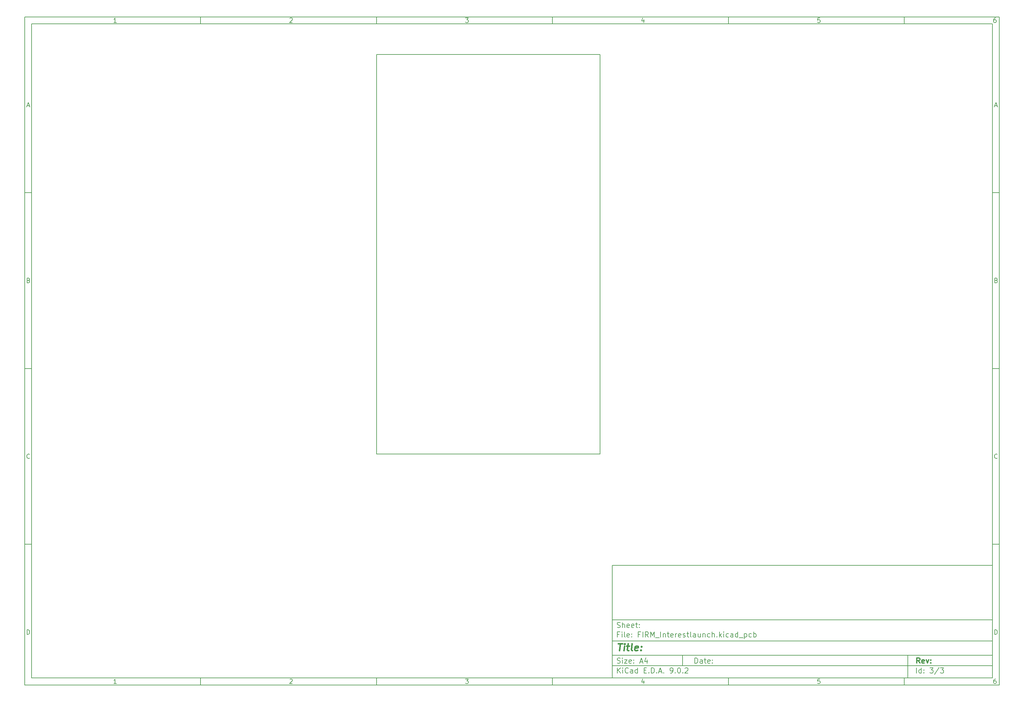
<source format=gbr>
%TF.GenerationSoftware,KiCad,Pcbnew,9.0.2*%
%TF.CreationDate,2025-09-11T00:31:58-04:00*%
%TF.ProjectId,FIRM_Interestlaunch,4649524d-5f49-46e7-9465-726573746c61,rev?*%
%TF.SameCoordinates,Original*%
%TF.FileFunction,Profile,NP*%
%FSLAX46Y46*%
G04 Gerber Fmt 4.6, Leading zero omitted, Abs format (unit mm)*
G04 Created by KiCad (PCBNEW 9.0.2) date 2025-09-11 00:31:58*
%MOMM*%
%LPD*%
G01*
G04 APERTURE LIST*
%ADD10C,0.100000*%
%ADD11C,0.150000*%
%ADD12C,0.300000*%
%ADD13C,0.400000*%
%TA.AperFunction,Profile*%
%ADD14C,0.200000*%
%TD*%
G04 APERTURE END LIST*
D10*
D11*
X177002200Y-166007200D02*
X285002200Y-166007200D01*
X285002200Y-198007200D01*
X177002200Y-198007200D01*
X177002200Y-166007200D01*
D10*
D11*
X10000000Y-10000000D02*
X287002200Y-10000000D01*
X287002200Y-200007200D01*
X10000000Y-200007200D01*
X10000000Y-10000000D01*
D10*
D11*
X12000000Y-12000000D02*
X285002200Y-12000000D01*
X285002200Y-198007200D01*
X12000000Y-198007200D01*
X12000000Y-12000000D01*
D10*
D11*
X60000000Y-12000000D02*
X60000000Y-10000000D01*
D10*
D11*
X110000000Y-12000000D02*
X110000000Y-10000000D01*
D10*
D11*
X160000000Y-12000000D02*
X160000000Y-10000000D01*
D10*
D11*
X210000000Y-12000000D02*
X210000000Y-10000000D01*
D10*
D11*
X260000000Y-12000000D02*
X260000000Y-10000000D01*
D10*
D11*
X36089160Y-11593604D02*
X35346303Y-11593604D01*
X35717731Y-11593604D02*
X35717731Y-10293604D01*
X35717731Y-10293604D02*
X35593922Y-10479319D01*
X35593922Y-10479319D02*
X35470112Y-10603128D01*
X35470112Y-10603128D02*
X35346303Y-10665033D01*
D10*
D11*
X85346303Y-10417414D02*
X85408207Y-10355509D01*
X85408207Y-10355509D02*
X85532017Y-10293604D01*
X85532017Y-10293604D02*
X85841541Y-10293604D01*
X85841541Y-10293604D02*
X85965350Y-10355509D01*
X85965350Y-10355509D02*
X86027255Y-10417414D01*
X86027255Y-10417414D02*
X86089160Y-10541223D01*
X86089160Y-10541223D02*
X86089160Y-10665033D01*
X86089160Y-10665033D02*
X86027255Y-10850747D01*
X86027255Y-10850747D02*
X85284398Y-11593604D01*
X85284398Y-11593604D02*
X86089160Y-11593604D01*
D10*
D11*
X135284398Y-10293604D02*
X136089160Y-10293604D01*
X136089160Y-10293604D02*
X135655826Y-10788842D01*
X135655826Y-10788842D02*
X135841541Y-10788842D01*
X135841541Y-10788842D02*
X135965350Y-10850747D01*
X135965350Y-10850747D02*
X136027255Y-10912652D01*
X136027255Y-10912652D02*
X136089160Y-11036461D01*
X136089160Y-11036461D02*
X136089160Y-11345985D01*
X136089160Y-11345985D02*
X136027255Y-11469795D01*
X136027255Y-11469795D02*
X135965350Y-11531700D01*
X135965350Y-11531700D02*
X135841541Y-11593604D01*
X135841541Y-11593604D02*
X135470112Y-11593604D01*
X135470112Y-11593604D02*
X135346303Y-11531700D01*
X135346303Y-11531700D02*
X135284398Y-11469795D01*
D10*
D11*
X185965350Y-10726938D02*
X185965350Y-11593604D01*
X185655826Y-10231700D02*
X185346303Y-11160271D01*
X185346303Y-11160271D02*
X186151064Y-11160271D01*
D10*
D11*
X236027255Y-10293604D02*
X235408207Y-10293604D01*
X235408207Y-10293604D02*
X235346303Y-10912652D01*
X235346303Y-10912652D02*
X235408207Y-10850747D01*
X235408207Y-10850747D02*
X235532017Y-10788842D01*
X235532017Y-10788842D02*
X235841541Y-10788842D01*
X235841541Y-10788842D02*
X235965350Y-10850747D01*
X235965350Y-10850747D02*
X236027255Y-10912652D01*
X236027255Y-10912652D02*
X236089160Y-11036461D01*
X236089160Y-11036461D02*
X236089160Y-11345985D01*
X236089160Y-11345985D02*
X236027255Y-11469795D01*
X236027255Y-11469795D02*
X235965350Y-11531700D01*
X235965350Y-11531700D02*
X235841541Y-11593604D01*
X235841541Y-11593604D02*
X235532017Y-11593604D01*
X235532017Y-11593604D02*
X235408207Y-11531700D01*
X235408207Y-11531700D02*
X235346303Y-11469795D01*
D10*
D11*
X285965350Y-10293604D02*
X285717731Y-10293604D01*
X285717731Y-10293604D02*
X285593922Y-10355509D01*
X285593922Y-10355509D02*
X285532017Y-10417414D01*
X285532017Y-10417414D02*
X285408207Y-10603128D01*
X285408207Y-10603128D02*
X285346303Y-10850747D01*
X285346303Y-10850747D02*
X285346303Y-11345985D01*
X285346303Y-11345985D02*
X285408207Y-11469795D01*
X285408207Y-11469795D02*
X285470112Y-11531700D01*
X285470112Y-11531700D02*
X285593922Y-11593604D01*
X285593922Y-11593604D02*
X285841541Y-11593604D01*
X285841541Y-11593604D02*
X285965350Y-11531700D01*
X285965350Y-11531700D02*
X286027255Y-11469795D01*
X286027255Y-11469795D02*
X286089160Y-11345985D01*
X286089160Y-11345985D02*
X286089160Y-11036461D01*
X286089160Y-11036461D02*
X286027255Y-10912652D01*
X286027255Y-10912652D02*
X285965350Y-10850747D01*
X285965350Y-10850747D02*
X285841541Y-10788842D01*
X285841541Y-10788842D02*
X285593922Y-10788842D01*
X285593922Y-10788842D02*
X285470112Y-10850747D01*
X285470112Y-10850747D02*
X285408207Y-10912652D01*
X285408207Y-10912652D02*
X285346303Y-11036461D01*
D10*
D11*
X60000000Y-198007200D02*
X60000000Y-200007200D01*
D10*
D11*
X110000000Y-198007200D02*
X110000000Y-200007200D01*
D10*
D11*
X160000000Y-198007200D02*
X160000000Y-200007200D01*
D10*
D11*
X210000000Y-198007200D02*
X210000000Y-200007200D01*
D10*
D11*
X260000000Y-198007200D02*
X260000000Y-200007200D01*
D10*
D11*
X36089160Y-199600804D02*
X35346303Y-199600804D01*
X35717731Y-199600804D02*
X35717731Y-198300804D01*
X35717731Y-198300804D02*
X35593922Y-198486519D01*
X35593922Y-198486519D02*
X35470112Y-198610328D01*
X35470112Y-198610328D02*
X35346303Y-198672233D01*
D10*
D11*
X85346303Y-198424614D02*
X85408207Y-198362709D01*
X85408207Y-198362709D02*
X85532017Y-198300804D01*
X85532017Y-198300804D02*
X85841541Y-198300804D01*
X85841541Y-198300804D02*
X85965350Y-198362709D01*
X85965350Y-198362709D02*
X86027255Y-198424614D01*
X86027255Y-198424614D02*
X86089160Y-198548423D01*
X86089160Y-198548423D02*
X86089160Y-198672233D01*
X86089160Y-198672233D02*
X86027255Y-198857947D01*
X86027255Y-198857947D02*
X85284398Y-199600804D01*
X85284398Y-199600804D02*
X86089160Y-199600804D01*
D10*
D11*
X135284398Y-198300804D02*
X136089160Y-198300804D01*
X136089160Y-198300804D02*
X135655826Y-198796042D01*
X135655826Y-198796042D02*
X135841541Y-198796042D01*
X135841541Y-198796042D02*
X135965350Y-198857947D01*
X135965350Y-198857947D02*
X136027255Y-198919852D01*
X136027255Y-198919852D02*
X136089160Y-199043661D01*
X136089160Y-199043661D02*
X136089160Y-199353185D01*
X136089160Y-199353185D02*
X136027255Y-199476995D01*
X136027255Y-199476995D02*
X135965350Y-199538900D01*
X135965350Y-199538900D02*
X135841541Y-199600804D01*
X135841541Y-199600804D02*
X135470112Y-199600804D01*
X135470112Y-199600804D02*
X135346303Y-199538900D01*
X135346303Y-199538900D02*
X135284398Y-199476995D01*
D10*
D11*
X185965350Y-198734138D02*
X185965350Y-199600804D01*
X185655826Y-198238900D02*
X185346303Y-199167471D01*
X185346303Y-199167471D02*
X186151064Y-199167471D01*
D10*
D11*
X236027255Y-198300804D02*
X235408207Y-198300804D01*
X235408207Y-198300804D02*
X235346303Y-198919852D01*
X235346303Y-198919852D02*
X235408207Y-198857947D01*
X235408207Y-198857947D02*
X235532017Y-198796042D01*
X235532017Y-198796042D02*
X235841541Y-198796042D01*
X235841541Y-198796042D02*
X235965350Y-198857947D01*
X235965350Y-198857947D02*
X236027255Y-198919852D01*
X236027255Y-198919852D02*
X236089160Y-199043661D01*
X236089160Y-199043661D02*
X236089160Y-199353185D01*
X236089160Y-199353185D02*
X236027255Y-199476995D01*
X236027255Y-199476995D02*
X235965350Y-199538900D01*
X235965350Y-199538900D02*
X235841541Y-199600804D01*
X235841541Y-199600804D02*
X235532017Y-199600804D01*
X235532017Y-199600804D02*
X235408207Y-199538900D01*
X235408207Y-199538900D02*
X235346303Y-199476995D01*
D10*
D11*
X285965350Y-198300804D02*
X285717731Y-198300804D01*
X285717731Y-198300804D02*
X285593922Y-198362709D01*
X285593922Y-198362709D02*
X285532017Y-198424614D01*
X285532017Y-198424614D02*
X285408207Y-198610328D01*
X285408207Y-198610328D02*
X285346303Y-198857947D01*
X285346303Y-198857947D02*
X285346303Y-199353185D01*
X285346303Y-199353185D02*
X285408207Y-199476995D01*
X285408207Y-199476995D02*
X285470112Y-199538900D01*
X285470112Y-199538900D02*
X285593922Y-199600804D01*
X285593922Y-199600804D02*
X285841541Y-199600804D01*
X285841541Y-199600804D02*
X285965350Y-199538900D01*
X285965350Y-199538900D02*
X286027255Y-199476995D01*
X286027255Y-199476995D02*
X286089160Y-199353185D01*
X286089160Y-199353185D02*
X286089160Y-199043661D01*
X286089160Y-199043661D02*
X286027255Y-198919852D01*
X286027255Y-198919852D02*
X285965350Y-198857947D01*
X285965350Y-198857947D02*
X285841541Y-198796042D01*
X285841541Y-198796042D02*
X285593922Y-198796042D01*
X285593922Y-198796042D02*
X285470112Y-198857947D01*
X285470112Y-198857947D02*
X285408207Y-198919852D01*
X285408207Y-198919852D02*
X285346303Y-199043661D01*
D10*
D11*
X10000000Y-60000000D02*
X12000000Y-60000000D01*
D10*
D11*
X10000000Y-110000000D02*
X12000000Y-110000000D01*
D10*
D11*
X10000000Y-160000000D02*
X12000000Y-160000000D01*
D10*
D11*
X10690476Y-35222176D02*
X11309523Y-35222176D01*
X10566666Y-35593604D02*
X10999999Y-34293604D01*
X10999999Y-34293604D02*
X11433333Y-35593604D01*
D10*
D11*
X11092857Y-84912652D02*
X11278571Y-84974557D01*
X11278571Y-84974557D02*
X11340476Y-85036461D01*
X11340476Y-85036461D02*
X11402380Y-85160271D01*
X11402380Y-85160271D02*
X11402380Y-85345985D01*
X11402380Y-85345985D02*
X11340476Y-85469795D01*
X11340476Y-85469795D02*
X11278571Y-85531700D01*
X11278571Y-85531700D02*
X11154761Y-85593604D01*
X11154761Y-85593604D02*
X10659523Y-85593604D01*
X10659523Y-85593604D02*
X10659523Y-84293604D01*
X10659523Y-84293604D02*
X11092857Y-84293604D01*
X11092857Y-84293604D02*
X11216666Y-84355509D01*
X11216666Y-84355509D02*
X11278571Y-84417414D01*
X11278571Y-84417414D02*
X11340476Y-84541223D01*
X11340476Y-84541223D02*
X11340476Y-84665033D01*
X11340476Y-84665033D02*
X11278571Y-84788842D01*
X11278571Y-84788842D02*
X11216666Y-84850747D01*
X11216666Y-84850747D02*
X11092857Y-84912652D01*
X11092857Y-84912652D02*
X10659523Y-84912652D01*
D10*
D11*
X11402380Y-135469795D02*
X11340476Y-135531700D01*
X11340476Y-135531700D02*
X11154761Y-135593604D01*
X11154761Y-135593604D02*
X11030952Y-135593604D01*
X11030952Y-135593604D02*
X10845238Y-135531700D01*
X10845238Y-135531700D02*
X10721428Y-135407890D01*
X10721428Y-135407890D02*
X10659523Y-135284080D01*
X10659523Y-135284080D02*
X10597619Y-135036461D01*
X10597619Y-135036461D02*
X10597619Y-134850747D01*
X10597619Y-134850747D02*
X10659523Y-134603128D01*
X10659523Y-134603128D02*
X10721428Y-134479319D01*
X10721428Y-134479319D02*
X10845238Y-134355509D01*
X10845238Y-134355509D02*
X11030952Y-134293604D01*
X11030952Y-134293604D02*
X11154761Y-134293604D01*
X11154761Y-134293604D02*
X11340476Y-134355509D01*
X11340476Y-134355509D02*
X11402380Y-134417414D01*
D10*
D11*
X10659523Y-185593604D02*
X10659523Y-184293604D01*
X10659523Y-184293604D02*
X10969047Y-184293604D01*
X10969047Y-184293604D02*
X11154761Y-184355509D01*
X11154761Y-184355509D02*
X11278571Y-184479319D01*
X11278571Y-184479319D02*
X11340476Y-184603128D01*
X11340476Y-184603128D02*
X11402380Y-184850747D01*
X11402380Y-184850747D02*
X11402380Y-185036461D01*
X11402380Y-185036461D02*
X11340476Y-185284080D01*
X11340476Y-185284080D02*
X11278571Y-185407890D01*
X11278571Y-185407890D02*
X11154761Y-185531700D01*
X11154761Y-185531700D02*
X10969047Y-185593604D01*
X10969047Y-185593604D02*
X10659523Y-185593604D01*
D10*
D11*
X287002200Y-60000000D02*
X285002200Y-60000000D01*
D10*
D11*
X287002200Y-110000000D02*
X285002200Y-110000000D01*
D10*
D11*
X287002200Y-160000000D02*
X285002200Y-160000000D01*
D10*
D11*
X285692676Y-35222176D02*
X286311723Y-35222176D01*
X285568866Y-35593604D02*
X286002199Y-34293604D01*
X286002199Y-34293604D02*
X286435533Y-35593604D01*
D10*
D11*
X286095057Y-84912652D02*
X286280771Y-84974557D01*
X286280771Y-84974557D02*
X286342676Y-85036461D01*
X286342676Y-85036461D02*
X286404580Y-85160271D01*
X286404580Y-85160271D02*
X286404580Y-85345985D01*
X286404580Y-85345985D02*
X286342676Y-85469795D01*
X286342676Y-85469795D02*
X286280771Y-85531700D01*
X286280771Y-85531700D02*
X286156961Y-85593604D01*
X286156961Y-85593604D02*
X285661723Y-85593604D01*
X285661723Y-85593604D02*
X285661723Y-84293604D01*
X285661723Y-84293604D02*
X286095057Y-84293604D01*
X286095057Y-84293604D02*
X286218866Y-84355509D01*
X286218866Y-84355509D02*
X286280771Y-84417414D01*
X286280771Y-84417414D02*
X286342676Y-84541223D01*
X286342676Y-84541223D02*
X286342676Y-84665033D01*
X286342676Y-84665033D02*
X286280771Y-84788842D01*
X286280771Y-84788842D02*
X286218866Y-84850747D01*
X286218866Y-84850747D02*
X286095057Y-84912652D01*
X286095057Y-84912652D02*
X285661723Y-84912652D01*
D10*
D11*
X286404580Y-135469795D02*
X286342676Y-135531700D01*
X286342676Y-135531700D02*
X286156961Y-135593604D01*
X286156961Y-135593604D02*
X286033152Y-135593604D01*
X286033152Y-135593604D02*
X285847438Y-135531700D01*
X285847438Y-135531700D02*
X285723628Y-135407890D01*
X285723628Y-135407890D02*
X285661723Y-135284080D01*
X285661723Y-135284080D02*
X285599819Y-135036461D01*
X285599819Y-135036461D02*
X285599819Y-134850747D01*
X285599819Y-134850747D02*
X285661723Y-134603128D01*
X285661723Y-134603128D02*
X285723628Y-134479319D01*
X285723628Y-134479319D02*
X285847438Y-134355509D01*
X285847438Y-134355509D02*
X286033152Y-134293604D01*
X286033152Y-134293604D02*
X286156961Y-134293604D01*
X286156961Y-134293604D02*
X286342676Y-134355509D01*
X286342676Y-134355509D02*
X286404580Y-134417414D01*
D10*
D11*
X285661723Y-185593604D02*
X285661723Y-184293604D01*
X285661723Y-184293604D02*
X285971247Y-184293604D01*
X285971247Y-184293604D02*
X286156961Y-184355509D01*
X286156961Y-184355509D02*
X286280771Y-184479319D01*
X286280771Y-184479319D02*
X286342676Y-184603128D01*
X286342676Y-184603128D02*
X286404580Y-184850747D01*
X286404580Y-184850747D02*
X286404580Y-185036461D01*
X286404580Y-185036461D02*
X286342676Y-185284080D01*
X286342676Y-185284080D02*
X286280771Y-185407890D01*
X286280771Y-185407890D02*
X286156961Y-185531700D01*
X286156961Y-185531700D02*
X285971247Y-185593604D01*
X285971247Y-185593604D02*
X285661723Y-185593604D01*
D10*
D11*
X200458026Y-193793328D02*
X200458026Y-192293328D01*
X200458026Y-192293328D02*
X200815169Y-192293328D01*
X200815169Y-192293328D02*
X201029455Y-192364757D01*
X201029455Y-192364757D02*
X201172312Y-192507614D01*
X201172312Y-192507614D02*
X201243741Y-192650471D01*
X201243741Y-192650471D02*
X201315169Y-192936185D01*
X201315169Y-192936185D02*
X201315169Y-193150471D01*
X201315169Y-193150471D02*
X201243741Y-193436185D01*
X201243741Y-193436185D02*
X201172312Y-193579042D01*
X201172312Y-193579042D02*
X201029455Y-193721900D01*
X201029455Y-193721900D02*
X200815169Y-193793328D01*
X200815169Y-193793328D02*
X200458026Y-193793328D01*
X202600884Y-193793328D02*
X202600884Y-193007614D01*
X202600884Y-193007614D02*
X202529455Y-192864757D01*
X202529455Y-192864757D02*
X202386598Y-192793328D01*
X202386598Y-192793328D02*
X202100884Y-192793328D01*
X202100884Y-192793328D02*
X201958026Y-192864757D01*
X202600884Y-193721900D02*
X202458026Y-193793328D01*
X202458026Y-193793328D02*
X202100884Y-193793328D01*
X202100884Y-193793328D02*
X201958026Y-193721900D01*
X201958026Y-193721900D02*
X201886598Y-193579042D01*
X201886598Y-193579042D02*
X201886598Y-193436185D01*
X201886598Y-193436185D02*
X201958026Y-193293328D01*
X201958026Y-193293328D02*
X202100884Y-193221900D01*
X202100884Y-193221900D02*
X202458026Y-193221900D01*
X202458026Y-193221900D02*
X202600884Y-193150471D01*
X203100884Y-192793328D02*
X203672312Y-192793328D01*
X203315169Y-192293328D02*
X203315169Y-193579042D01*
X203315169Y-193579042D02*
X203386598Y-193721900D01*
X203386598Y-193721900D02*
X203529455Y-193793328D01*
X203529455Y-193793328D02*
X203672312Y-193793328D01*
X204743741Y-193721900D02*
X204600884Y-193793328D01*
X204600884Y-193793328D02*
X204315170Y-193793328D01*
X204315170Y-193793328D02*
X204172312Y-193721900D01*
X204172312Y-193721900D02*
X204100884Y-193579042D01*
X204100884Y-193579042D02*
X204100884Y-193007614D01*
X204100884Y-193007614D02*
X204172312Y-192864757D01*
X204172312Y-192864757D02*
X204315170Y-192793328D01*
X204315170Y-192793328D02*
X204600884Y-192793328D01*
X204600884Y-192793328D02*
X204743741Y-192864757D01*
X204743741Y-192864757D02*
X204815170Y-193007614D01*
X204815170Y-193007614D02*
X204815170Y-193150471D01*
X204815170Y-193150471D02*
X204100884Y-193293328D01*
X205458026Y-193650471D02*
X205529455Y-193721900D01*
X205529455Y-193721900D02*
X205458026Y-193793328D01*
X205458026Y-193793328D02*
X205386598Y-193721900D01*
X205386598Y-193721900D02*
X205458026Y-193650471D01*
X205458026Y-193650471D02*
X205458026Y-193793328D01*
X205458026Y-192864757D02*
X205529455Y-192936185D01*
X205529455Y-192936185D02*
X205458026Y-193007614D01*
X205458026Y-193007614D02*
X205386598Y-192936185D01*
X205386598Y-192936185D02*
X205458026Y-192864757D01*
X205458026Y-192864757D02*
X205458026Y-193007614D01*
D10*
D11*
X177002200Y-194507200D02*
X285002200Y-194507200D01*
D10*
D11*
X178458026Y-196593328D02*
X178458026Y-195093328D01*
X179315169Y-196593328D02*
X178672312Y-195736185D01*
X179315169Y-195093328D02*
X178458026Y-195950471D01*
X179958026Y-196593328D02*
X179958026Y-195593328D01*
X179958026Y-195093328D02*
X179886598Y-195164757D01*
X179886598Y-195164757D02*
X179958026Y-195236185D01*
X179958026Y-195236185D02*
X180029455Y-195164757D01*
X180029455Y-195164757D02*
X179958026Y-195093328D01*
X179958026Y-195093328D02*
X179958026Y-195236185D01*
X181529455Y-196450471D02*
X181458027Y-196521900D01*
X181458027Y-196521900D02*
X181243741Y-196593328D01*
X181243741Y-196593328D02*
X181100884Y-196593328D01*
X181100884Y-196593328D02*
X180886598Y-196521900D01*
X180886598Y-196521900D02*
X180743741Y-196379042D01*
X180743741Y-196379042D02*
X180672312Y-196236185D01*
X180672312Y-196236185D02*
X180600884Y-195950471D01*
X180600884Y-195950471D02*
X180600884Y-195736185D01*
X180600884Y-195736185D02*
X180672312Y-195450471D01*
X180672312Y-195450471D02*
X180743741Y-195307614D01*
X180743741Y-195307614D02*
X180886598Y-195164757D01*
X180886598Y-195164757D02*
X181100884Y-195093328D01*
X181100884Y-195093328D02*
X181243741Y-195093328D01*
X181243741Y-195093328D02*
X181458027Y-195164757D01*
X181458027Y-195164757D02*
X181529455Y-195236185D01*
X182815170Y-196593328D02*
X182815170Y-195807614D01*
X182815170Y-195807614D02*
X182743741Y-195664757D01*
X182743741Y-195664757D02*
X182600884Y-195593328D01*
X182600884Y-195593328D02*
X182315170Y-195593328D01*
X182315170Y-195593328D02*
X182172312Y-195664757D01*
X182815170Y-196521900D02*
X182672312Y-196593328D01*
X182672312Y-196593328D02*
X182315170Y-196593328D01*
X182315170Y-196593328D02*
X182172312Y-196521900D01*
X182172312Y-196521900D02*
X182100884Y-196379042D01*
X182100884Y-196379042D02*
X182100884Y-196236185D01*
X182100884Y-196236185D02*
X182172312Y-196093328D01*
X182172312Y-196093328D02*
X182315170Y-196021900D01*
X182315170Y-196021900D02*
X182672312Y-196021900D01*
X182672312Y-196021900D02*
X182815170Y-195950471D01*
X184172313Y-196593328D02*
X184172313Y-195093328D01*
X184172313Y-196521900D02*
X184029455Y-196593328D01*
X184029455Y-196593328D02*
X183743741Y-196593328D01*
X183743741Y-196593328D02*
X183600884Y-196521900D01*
X183600884Y-196521900D02*
X183529455Y-196450471D01*
X183529455Y-196450471D02*
X183458027Y-196307614D01*
X183458027Y-196307614D02*
X183458027Y-195879042D01*
X183458027Y-195879042D02*
X183529455Y-195736185D01*
X183529455Y-195736185D02*
X183600884Y-195664757D01*
X183600884Y-195664757D02*
X183743741Y-195593328D01*
X183743741Y-195593328D02*
X184029455Y-195593328D01*
X184029455Y-195593328D02*
X184172313Y-195664757D01*
X186029455Y-195807614D02*
X186529455Y-195807614D01*
X186743741Y-196593328D02*
X186029455Y-196593328D01*
X186029455Y-196593328D02*
X186029455Y-195093328D01*
X186029455Y-195093328D02*
X186743741Y-195093328D01*
X187386598Y-196450471D02*
X187458027Y-196521900D01*
X187458027Y-196521900D02*
X187386598Y-196593328D01*
X187386598Y-196593328D02*
X187315170Y-196521900D01*
X187315170Y-196521900D02*
X187386598Y-196450471D01*
X187386598Y-196450471D02*
X187386598Y-196593328D01*
X188100884Y-196593328D02*
X188100884Y-195093328D01*
X188100884Y-195093328D02*
X188458027Y-195093328D01*
X188458027Y-195093328D02*
X188672313Y-195164757D01*
X188672313Y-195164757D02*
X188815170Y-195307614D01*
X188815170Y-195307614D02*
X188886599Y-195450471D01*
X188886599Y-195450471D02*
X188958027Y-195736185D01*
X188958027Y-195736185D02*
X188958027Y-195950471D01*
X188958027Y-195950471D02*
X188886599Y-196236185D01*
X188886599Y-196236185D02*
X188815170Y-196379042D01*
X188815170Y-196379042D02*
X188672313Y-196521900D01*
X188672313Y-196521900D02*
X188458027Y-196593328D01*
X188458027Y-196593328D02*
X188100884Y-196593328D01*
X189600884Y-196450471D02*
X189672313Y-196521900D01*
X189672313Y-196521900D02*
X189600884Y-196593328D01*
X189600884Y-196593328D02*
X189529456Y-196521900D01*
X189529456Y-196521900D02*
X189600884Y-196450471D01*
X189600884Y-196450471D02*
X189600884Y-196593328D01*
X190243742Y-196164757D02*
X190958028Y-196164757D01*
X190100885Y-196593328D02*
X190600885Y-195093328D01*
X190600885Y-195093328D02*
X191100885Y-196593328D01*
X191600884Y-196450471D02*
X191672313Y-196521900D01*
X191672313Y-196521900D02*
X191600884Y-196593328D01*
X191600884Y-196593328D02*
X191529456Y-196521900D01*
X191529456Y-196521900D02*
X191600884Y-196450471D01*
X191600884Y-196450471D02*
X191600884Y-196593328D01*
X193529456Y-196593328D02*
X193815170Y-196593328D01*
X193815170Y-196593328D02*
X193958027Y-196521900D01*
X193958027Y-196521900D02*
X194029456Y-196450471D01*
X194029456Y-196450471D02*
X194172313Y-196236185D01*
X194172313Y-196236185D02*
X194243742Y-195950471D01*
X194243742Y-195950471D02*
X194243742Y-195379042D01*
X194243742Y-195379042D02*
X194172313Y-195236185D01*
X194172313Y-195236185D02*
X194100885Y-195164757D01*
X194100885Y-195164757D02*
X193958027Y-195093328D01*
X193958027Y-195093328D02*
X193672313Y-195093328D01*
X193672313Y-195093328D02*
X193529456Y-195164757D01*
X193529456Y-195164757D02*
X193458027Y-195236185D01*
X193458027Y-195236185D02*
X193386599Y-195379042D01*
X193386599Y-195379042D02*
X193386599Y-195736185D01*
X193386599Y-195736185D02*
X193458027Y-195879042D01*
X193458027Y-195879042D02*
X193529456Y-195950471D01*
X193529456Y-195950471D02*
X193672313Y-196021900D01*
X193672313Y-196021900D02*
X193958027Y-196021900D01*
X193958027Y-196021900D02*
X194100885Y-195950471D01*
X194100885Y-195950471D02*
X194172313Y-195879042D01*
X194172313Y-195879042D02*
X194243742Y-195736185D01*
X194886598Y-196450471D02*
X194958027Y-196521900D01*
X194958027Y-196521900D02*
X194886598Y-196593328D01*
X194886598Y-196593328D02*
X194815170Y-196521900D01*
X194815170Y-196521900D02*
X194886598Y-196450471D01*
X194886598Y-196450471D02*
X194886598Y-196593328D01*
X195886599Y-195093328D02*
X196029456Y-195093328D01*
X196029456Y-195093328D02*
X196172313Y-195164757D01*
X196172313Y-195164757D02*
X196243742Y-195236185D01*
X196243742Y-195236185D02*
X196315170Y-195379042D01*
X196315170Y-195379042D02*
X196386599Y-195664757D01*
X196386599Y-195664757D02*
X196386599Y-196021900D01*
X196386599Y-196021900D02*
X196315170Y-196307614D01*
X196315170Y-196307614D02*
X196243742Y-196450471D01*
X196243742Y-196450471D02*
X196172313Y-196521900D01*
X196172313Y-196521900D02*
X196029456Y-196593328D01*
X196029456Y-196593328D02*
X195886599Y-196593328D01*
X195886599Y-196593328D02*
X195743742Y-196521900D01*
X195743742Y-196521900D02*
X195672313Y-196450471D01*
X195672313Y-196450471D02*
X195600884Y-196307614D01*
X195600884Y-196307614D02*
X195529456Y-196021900D01*
X195529456Y-196021900D02*
X195529456Y-195664757D01*
X195529456Y-195664757D02*
X195600884Y-195379042D01*
X195600884Y-195379042D02*
X195672313Y-195236185D01*
X195672313Y-195236185D02*
X195743742Y-195164757D01*
X195743742Y-195164757D02*
X195886599Y-195093328D01*
X197029455Y-196450471D02*
X197100884Y-196521900D01*
X197100884Y-196521900D02*
X197029455Y-196593328D01*
X197029455Y-196593328D02*
X196958027Y-196521900D01*
X196958027Y-196521900D02*
X197029455Y-196450471D01*
X197029455Y-196450471D02*
X197029455Y-196593328D01*
X197672313Y-195236185D02*
X197743741Y-195164757D01*
X197743741Y-195164757D02*
X197886599Y-195093328D01*
X197886599Y-195093328D02*
X198243741Y-195093328D01*
X198243741Y-195093328D02*
X198386599Y-195164757D01*
X198386599Y-195164757D02*
X198458027Y-195236185D01*
X198458027Y-195236185D02*
X198529456Y-195379042D01*
X198529456Y-195379042D02*
X198529456Y-195521900D01*
X198529456Y-195521900D02*
X198458027Y-195736185D01*
X198458027Y-195736185D02*
X197600884Y-196593328D01*
X197600884Y-196593328D02*
X198529456Y-196593328D01*
D10*
D11*
X177002200Y-191507200D02*
X285002200Y-191507200D01*
D10*
D12*
X264413853Y-193785528D02*
X263913853Y-193071242D01*
X263556710Y-193785528D02*
X263556710Y-192285528D01*
X263556710Y-192285528D02*
X264128139Y-192285528D01*
X264128139Y-192285528D02*
X264270996Y-192356957D01*
X264270996Y-192356957D02*
X264342425Y-192428385D01*
X264342425Y-192428385D02*
X264413853Y-192571242D01*
X264413853Y-192571242D02*
X264413853Y-192785528D01*
X264413853Y-192785528D02*
X264342425Y-192928385D01*
X264342425Y-192928385D02*
X264270996Y-192999814D01*
X264270996Y-192999814D02*
X264128139Y-193071242D01*
X264128139Y-193071242D02*
X263556710Y-193071242D01*
X265628139Y-193714100D02*
X265485282Y-193785528D01*
X265485282Y-193785528D02*
X265199568Y-193785528D01*
X265199568Y-193785528D02*
X265056710Y-193714100D01*
X265056710Y-193714100D02*
X264985282Y-193571242D01*
X264985282Y-193571242D02*
X264985282Y-192999814D01*
X264985282Y-192999814D02*
X265056710Y-192856957D01*
X265056710Y-192856957D02*
X265199568Y-192785528D01*
X265199568Y-192785528D02*
X265485282Y-192785528D01*
X265485282Y-192785528D02*
X265628139Y-192856957D01*
X265628139Y-192856957D02*
X265699568Y-192999814D01*
X265699568Y-192999814D02*
X265699568Y-193142671D01*
X265699568Y-193142671D02*
X264985282Y-193285528D01*
X266199567Y-192785528D02*
X266556710Y-193785528D01*
X266556710Y-193785528D02*
X266913853Y-192785528D01*
X267485281Y-193642671D02*
X267556710Y-193714100D01*
X267556710Y-193714100D02*
X267485281Y-193785528D01*
X267485281Y-193785528D02*
X267413853Y-193714100D01*
X267413853Y-193714100D02*
X267485281Y-193642671D01*
X267485281Y-193642671D02*
X267485281Y-193785528D01*
X267485281Y-192856957D02*
X267556710Y-192928385D01*
X267556710Y-192928385D02*
X267485281Y-192999814D01*
X267485281Y-192999814D02*
X267413853Y-192928385D01*
X267413853Y-192928385D02*
X267485281Y-192856957D01*
X267485281Y-192856957D02*
X267485281Y-192999814D01*
D10*
D11*
X178386598Y-193721900D02*
X178600884Y-193793328D01*
X178600884Y-193793328D02*
X178958026Y-193793328D01*
X178958026Y-193793328D02*
X179100884Y-193721900D01*
X179100884Y-193721900D02*
X179172312Y-193650471D01*
X179172312Y-193650471D02*
X179243741Y-193507614D01*
X179243741Y-193507614D02*
X179243741Y-193364757D01*
X179243741Y-193364757D02*
X179172312Y-193221900D01*
X179172312Y-193221900D02*
X179100884Y-193150471D01*
X179100884Y-193150471D02*
X178958026Y-193079042D01*
X178958026Y-193079042D02*
X178672312Y-193007614D01*
X178672312Y-193007614D02*
X178529455Y-192936185D01*
X178529455Y-192936185D02*
X178458026Y-192864757D01*
X178458026Y-192864757D02*
X178386598Y-192721900D01*
X178386598Y-192721900D02*
X178386598Y-192579042D01*
X178386598Y-192579042D02*
X178458026Y-192436185D01*
X178458026Y-192436185D02*
X178529455Y-192364757D01*
X178529455Y-192364757D02*
X178672312Y-192293328D01*
X178672312Y-192293328D02*
X179029455Y-192293328D01*
X179029455Y-192293328D02*
X179243741Y-192364757D01*
X179886597Y-193793328D02*
X179886597Y-192793328D01*
X179886597Y-192293328D02*
X179815169Y-192364757D01*
X179815169Y-192364757D02*
X179886597Y-192436185D01*
X179886597Y-192436185D02*
X179958026Y-192364757D01*
X179958026Y-192364757D02*
X179886597Y-192293328D01*
X179886597Y-192293328D02*
X179886597Y-192436185D01*
X180458026Y-192793328D02*
X181243741Y-192793328D01*
X181243741Y-192793328D02*
X180458026Y-193793328D01*
X180458026Y-193793328D02*
X181243741Y-193793328D01*
X182386598Y-193721900D02*
X182243741Y-193793328D01*
X182243741Y-193793328D02*
X181958027Y-193793328D01*
X181958027Y-193793328D02*
X181815169Y-193721900D01*
X181815169Y-193721900D02*
X181743741Y-193579042D01*
X181743741Y-193579042D02*
X181743741Y-193007614D01*
X181743741Y-193007614D02*
X181815169Y-192864757D01*
X181815169Y-192864757D02*
X181958027Y-192793328D01*
X181958027Y-192793328D02*
X182243741Y-192793328D01*
X182243741Y-192793328D02*
X182386598Y-192864757D01*
X182386598Y-192864757D02*
X182458027Y-193007614D01*
X182458027Y-193007614D02*
X182458027Y-193150471D01*
X182458027Y-193150471D02*
X181743741Y-193293328D01*
X183100883Y-193650471D02*
X183172312Y-193721900D01*
X183172312Y-193721900D02*
X183100883Y-193793328D01*
X183100883Y-193793328D02*
X183029455Y-193721900D01*
X183029455Y-193721900D02*
X183100883Y-193650471D01*
X183100883Y-193650471D02*
X183100883Y-193793328D01*
X183100883Y-192864757D02*
X183172312Y-192936185D01*
X183172312Y-192936185D02*
X183100883Y-193007614D01*
X183100883Y-193007614D02*
X183029455Y-192936185D01*
X183029455Y-192936185D02*
X183100883Y-192864757D01*
X183100883Y-192864757D02*
X183100883Y-193007614D01*
X184886598Y-193364757D02*
X185600884Y-193364757D01*
X184743741Y-193793328D02*
X185243741Y-192293328D01*
X185243741Y-192293328D02*
X185743741Y-193793328D01*
X186886598Y-192793328D02*
X186886598Y-193793328D01*
X186529455Y-192221900D02*
X186172312Y-193293328D01*
X186172312Y-193293328D02*
X187100883Y-193293328D01*
D10*
D11*
X263458026Y-196593328D02*
X263458026Y-195093328D01*
X264815170Y-196593328D02*
X264815170Y-195093328D01*
X264815170Y-196521900D02*
X264672312Y-196593328D01*
X264672312Y-196593328D02*
X264386598Y-196593328D01*
X264386598Y-196593328D02*
X264243741Y-196521900D01*
X264243741Y-196521900D02*
X264172312Y-196450471D01*
X264172312Y-196450471D02*
X264100884Y-196307614D01*
X264100884Y-196307614D02*
X264100884Y-195879042D01*
X264100884Y-195879042D02*
X264172312Y-195736185D01*
X264172312Y-195736185D02*
X264243741Y-195664757D01*
X264243741Y-195664757D02*
X264386598Y-195593328D01*
X264386598Y-195593328D02*
X264672312Y-195593328D01*
X264672312Y-195593328D02*
X264815170Y-195664757D01*
X265529455Y-196450471D02*
X265600884Y-196521900D01*
X265600884Y-196521900D02*
X265529455Y-196593328D01*
X265529455Y-196593328D02*
X265458027Y-196521900D01*
X265458027Y-196521900D02*
X265529455Y-196450471D01*
X265529455Y-196450471D02*
X265529455Y-196593328D01*
X265529455Y-195664757D02*
X265600884Y-195736185D01*
X265600884Y-195736185D02*
X265529455Y-195807614D01*
X265529455Y-195807614D02*
X265458027Y-195736185D01*
X265458027Y-195736185D02*
X265529455Y-195664757D01*
X265529455Y-195664757D02*
X265529455Y-195807614D01*
X267243741Y-195093328D02*
X268172313Y-195093328D01*
X268172313Y-195093328D02*
X267672313Y-195664757D01*
X267672313Y-195664757D02*
X267886598Y-195664757D01*
X267886598Y-195664757D02*
X268029456Y-195736185D01*
X268029456Y-195736185D02*
X268100884Y-195807614D01*
X268100884Y-195807614D02*
X268172313Y-195950471D01*
X268172313Y-195950471D02*
X268172313Y-196307614D01*
X268172313Y-196307614D02*
X268100884Y-196450471D01*
X268100884Y-196450471D02*
X268029456Y-196521900D01*
X268029456Y-196521900D02*
X267886598Y-196593328D01*
X267886598Y-196593328D02*
X267458027Y-196593328D01*
X267458027Y-196593328D02*
X267315170Y-196521900D01*
X267315170Y-196521900D02*
X267243741Y-196450471D01*
X269886598Y-195021900D02*
X268600884Y-196950471D01*
X270243741Y-195093328D02*
X271172313Y-195093328D01*
X271172313Y-195093328D02*
X270672313Y-195664757D01*
X270672313Y-195664757D02*
X270886598Y-195664757D01*
X270886598Y-195664757D02*
X271029456Y-195736185D01*
X271029456Y-195736185D02*
X271100884Y-195807614D01*
X271100884Y-195807614D02*
X271172313Y-195950471D01*
X271172313Y-195950471D02*
X271172313Y-196307614D01*
X271172313Y-196307614D02*
X271100884Y-196450471D01*
X271100884Y-196450471D02*
X271029456Y-196521900D01*
X271029456Y-196521900D02*
X270886598Y-196593328D01*
X270886598Y-196593328D02*
X270458027Y-196593328D01*
X270458027Y-196593328D02*
X270315170Y-196521900D01*
X270315170Y-196521900D02*
X270243741Y-196450471D01*
D10*
D11*
X177002200Y-187507200D02*
X285002200Y-187507200D01*
D10*
D13*
X178693928Y-188211638D02*
X179836785Y-188211638D01*
X179015357Y-190211638D02*
X179265357Y-188211638D01*
X180253452Y-190211638D02*
X180420119Y-188878304D01*
X180503452Y-188211638D02*
X180396309Y-188306876D01*
X180396309Y-188306876D02*
X180479643Y-188402114D01*
X180479643Y-188402114D02*
X180586786Y-188306876D01*
X180586786Y-188306876D02*
X180503452Y-188211638D01*
X180503452Y-188211638D02*
X180479643Y-188402114D01*
X181086786Y-188878304D02*
X181848690Y-188878304D01*
X181455833Y-188211638D02*
X181241548Y-189925923D01*
X181241548Y-189925923D02*
X181312976Y-190116400D01*
X181312976Y-190116400D02*
X181491548Y-190211638D01*
X181491548Y-190211638D02*
X181682024Y-190211638D01*
X182634405Y-190211638D02*
X182455833Y-190116400D01*
X182455833Y-190116400D02*
X182384405Y-189925923D01*
X182384405Y-189925923D02*
X182598690Y-188211638D01*
X184170119Y-190116400D02*
X183967738Y-190211638D01*
X183967738Y-190211638D02*
X183586785Y-190211638D01*
X183586785Y-190211638D02*
X183408214Y-190116400D01*
X183408214Y-190116400D02*
X183336785Y-189925923D01*
X183336785Y-189925923D02*
X183432024Y-189164019D01*
X183432024Y-189164019D02*
X183551071Y-188973542D01*
X183551071Y-188973542D02*
X183753452Y-188878304D01*
X183753452Y-188878304D02*
X184134404Y-188878304D01*
X184134404Y-188878304D02*
X184312976Y-188973542D01*
X184312976Y-188973542D02*
X184384404Y-189164019D01*
X184384404Y-189164019D02*
X184360595Y-189354495D01*
X184360595Y-189354495D02*
X183384404Y-189544971D01*
X185134405Y-190021161D02*
X185217738Y-190116400D01*
X185217738Y-190116400D02*
X185110595Y-190211638D01*
X185110595Y-190211638D02*
X185027262Y-190116400D01*
X185027262Y-190116400D02*
X185134405Y-190021161D01*
X185134405Y-190021161D02*
X185110595Y-190211638D01*
X185265357Y-188973542D02*
X185348690Y-189068780D01*
X185348690Y-189068780D02*
X185241548Y-189164019D01*
X185241548Y-189164019D02*
X185158214Y-189068780D01*
X185158214Y-189068780D02*
X185265357Y-188973542D01*
X185265357Y-188973542D02*
X185241548Y-189164019D01*
D10*
D11*
X178958026Y-185607614D02*
X178458026Y-185607614D01*
X178458026Y-186393328D02*
X178458026Y-184893328D01*
X178458026Y-184893328D02*
X179172312Y-184893328D01*
X179743740Y-186393328D02*
X179743740Y-185393328D01*
X179743740Y-184893328D02*
X179672312Y-184964757D01*
X179672312Y-184964757D02*
X179743740Y-185036185D01*
X179743740Y-185036185D02*
X179815169Y-184964757D01*
X179815169Y-184964757D02*
X179743740Y-184893328D01*
X179743740Y-184893328D02*
X179743740Y-185036185D01*
X180672312Y-186393328D02*
X180529455Y-186321900D01*
X180529455Y-186321900D02*
X180458026Y-186179042D01*
X180458026Y-186179042D02*
X180458026Y-184893328D01*
X181815169Y-186321900D02*
X181672312Y-186393328D01*
X181672312Y-186393328D02*
X181386598Y-186393328D01*
X181386598Y-186393328D02*
X181243740Y-186321900D01*
X181243740Y-186321900D02*
X181172312Y-186179042D01*
X181172312Y-186179042D02*
X181172312Y-185607614D01*
X181172312Y-185607614D02*
X181243740Y-185464757D01*
X181243740Y-185464757D02*
X181386598Y-185393328D01*
X181386598Y-185393328D02*
X181672312Y-185393328D01*
X181672312Y-185393328D02*
X181815169Y-185464757D01*
X181815169Y-185464757D02*
X181886598Y-185607614D01*
X181886598Y-185607614D02*
X181886598Y-185750471D01*
X181886598Y-185750471D02*
X181172312Y-185893328D01*
X182529454Y-186250471D02*
X182600883Y-186321900D01*
X182600883Y-186321900D02*
X182529454Y-186393328D01*
X182529454Y-186393328D02*
X182458026Y-186321900D01*
X182458026Y-186321900D02*
X182529454Y-186250471D01*
X182529454Y-186250471D02*
X182529454Y-186393328D01*
X182529454Y-185464757D02*
X182600883Y-185536185D01*
X182600883Y-185536185D02*
X182529454Y-185607614D01*
X182529454Y-185607614D02*
X182458026Y-185536185D01*
X182458026Y-185536185D02*
X182529454Y-185464757D01*
X182529454Y-185464757D02*
X182529454Y-185607614D01*
X184886597Y-185607614D02*
X184386597Y-185607614D01*
X184386597Y-186393328D02*
X184386597Y-184893328D01*
X184386597Y-184893328D02*
X185100883Y-184893328D01*
X185672311Y-186393328D02*
X185672311Y-184893328D01*
X187243740Y-186393328D02*
X186743740Y-185679042D01*
X186386597Y-186393328D02*
X186386597Y-184893328D01*
X186386597Y-184893328D02*
X186958026Y-184893328D01*
X186958026Y-184893328D02*
X187100883Y-184964757D01*
X187100883Y-184964757D02*
X187172312Y-185036185D01*
X187172312Y-185036185D02*
X187243740Y-185179042D01*
X187243740Y-185179042D02*
X187243740Y-185393328D01*
X187243740Y-185393328D02*
X187172312Y-185536185D01*
X187172312Y-185536185D02*
X187100883Y-185607614D01*
X187100883Y-185607614D02*
X186958026Y-185679042D01*
X186958026Y-185679042D02*
X186386597Y-185679042D01*
X187886597Y-186393328D02*
X187886597Y-184893328D01*
X187886597Y-184893328D02*
X188386597Y-185964757D01*
X188386597Y-185964757D02*
X188886597Y-184893328D01*
X188886597Y-184893328D02*
X188886597Y-186393328D01*
X189243741Y-186536185D02*
X190386598Y-186536185D01*
X190743740Y-186393328D02*
X190743740Y-184893328D01*
X191458026Y-185393328D02*
X191458026Y-186393328D01*
X191458026Y-185536185D02*
X191529455Y-185464757D01*
X191529455Y-185464757D02*
X191672312Y-185393328D01*
X191672312Y-185393328D02*
X191886598Y-185393328D01*
X191886598Y-185393328D02*
X192029455Y-185464757D01*
X192029455Y-185464757D02*
X192100884Y-185607614D01*
X192100884Y-185607614D02*
X192100884Y-186393328D01*
X192600884Y-185393328D02*
X193172312Y-185393328D01*
X192815169Y-184893328D02*
X192815169Y-186179042D01*
X192815169Y-186179042D02*
X192886598Y-186321900D01*
X192886598Y-186321900D02*
X193029455Y-186393328D01*
X193029455Y-186393328D02*
X193172312Y-186393328D01*
X194243741Y-186321900D02*
X194100884Y-186393328D01*
X194100884Y-186393328D02*
X193815170Y-186393328D01*
X193815170Y-186393328D02*
X193672312Y-186321900D01*
X193672312Y-186321900D02*
X193600884Y-186179042D01*
X193600884Y-186179042D02*
X193600884Y-185607614D01*
X193600884Y-185607614D02*
X193672312Y-185464757D01*
X193672312Y-185464757D02*
X193815170Y-185393328D01*
X193815170Y-185393328D02*
X194100884Y-185393328D01*
X194100884Y-185393328D02*
X194243741Y-185464757D01*
X194243741Y-185464757D02*
X194315170Y-185607614D01*
X194315170Y-185607614D02*
X194315170Y-185750471D01*
X194315170Y-185750471D02*
X193600884Y-185893328D01*
X194958026Y-186393328D02*
X194958026Y-185393328D01*
X194958026Y-185679042D02*
X195029455Y-185536185D01*
X195029455Y-185536185D02*
X195100884Y-185464757D01*
X195100884Y-185464757D02*
X195243741Y-185393328D01*
X195243741Y-185393328D02*
X195386598Y-185393328D01*
X196458026Y-186321900D02*
X196315169Y-186393328D01*
X196315169Y-186393328D02*
X196029455Y-186393328D01*
X196029455Y-186393328D02*
X195886597Y-186321900D01*
X195886597Y-186321900D02*
X195815169Y-186179042D01*
X195815169Y-186179042D02*
X195815169Y-185607614D01*
X195815169Y-185607614D02*
X195886597Y-185464757D01*
X195886597Y-185464757D02*
X196029455Y-185393328D01*
X196029455Y-185393328D02*
X196315169Y-185393328D01*
X196315169Y-185393328D02*
X196458026Y-185464757D01*
X196458026Y-185464757D02*
X196529455Y-185607614D01*
X196529455Y-185607614D02*
X196529455Y-185750471D01*
X196529455Y-185750471D02*
X195815169Y-185893328D01*
X197100883Y-186321900D02*
X197243740Y-186393328D01*
X197243740Y-186393328D02*
X197529454Y-186393328D01*
X197529454Y-186393328D02*
X197672311Y-186321900D01*
X197672311Y-186321900D02*
X197743740Y-186179042D01*
X197743740Y-186179042D02*
X197743740Y-186107614D01*
X197743740Y-186107614D02*
X197672311Y-185964757D01*
X197672311Y-185964757D02*
X197529454Y-185893328D01*
X197529454Y-185893328D02*
X197315169Y-185893328D01*
X197315169Y-185893328D02*
X197172311Y-185821900D01*
X197172311Y-185821900D02*
X197100883Y-185679042D01*
X197100883Y-185679042D02*
X197100883Y-185607614D01*
X197100883Y-185607614D02*
X197172311Y-185464757D01*
X197172311Y-185464757D02*
X197315169Y-185393328D01*
X197315169Y-185393328D02*
X197529454Y-185393328D01*
X197529454Y-185393328D02*
X197672311Y-185464757D01*
X198172312Y-185393328D02*
X198743740Y-185393328D01*
X198386597Y-184893328D02*
X198386597Y-186179042D01*
X198386597Y-186179042D02*
X198458026Y-186321900D01*
X198458026Y-186321900D02*
X198600883Y-186393328D01*
X198600883Y-186393328D02*
X198743740Y-186393328D01*
X199458026Y-186393328D02*
X199315169Y-186321900D01*
X199315169Y-186321900D02*
X199243740Y-186179042D01*
X199243740Y-186179042D02*
X199243740Y-184893328D01*
X200672312Y-186393328D02*
X200672312Y-185607614D01*
X200672312Y-185607614D02*
X200600883Y-185464757D01*
X200600883Y-185464757D02*
X200458026Y-185393328D01*
X200458026Y-185393328D02*
X200172312Y-185393328D01*
X200172312Y-185393328D02*
X200029454Y-185464757D01*
X200672312Y-186321900D02*
X200529454Y-186393328D01*
X200529454Y-186393328D02*
X200172312Y-186393328D01*
X200172312Y-186393328D02*
X200029454Y-186321900D01*
X200029454Y-186321900D02*
X199958026Y-186179042D01*
X199958026Y-186179042D02*
X199958026Y-186036185D01*
X199958026Y-186036185D02*
X200029454Y-185893328D01*
X200029454Y-185893328D02*
X200172312Y-185821900D01*
X200172312Y-185821900D02*
X200529454Y-185821900D01*
X200529454Y-185821900D02*
X200672312Y-185750471D01*
X202029455Y-185393328D02*
X202029455Y-186393328D01*
X201386597Y-185393328D02*
X201386597Y-186179042D01*
X201386597Y-186179042D02*
X201458026Y-186321900D01*
X201458026Y-186321900D02*
X201600883Y-186393328D01*
X201600883Y-186393328D02*
X201815169Y-186393328D01*
X201815169Y-186393328D02*
X201958026Y-186321900D01*
X201958026Y-186321900D02*
X202029455Y-186250471D01*
X202743740Y-185393328D02*
X202743740Y-186393328D01*
X202743740Y-185536185D02*
X202815169Y-185464757D01*
X202815169Y-185464757D02*
X202958026Y-185393328D01*
X202958026Y-185393328D02*
X203172312Y-185393328D01*
X203172312Y-185393328D02*
X203315169Y-185464757D01*
X203315169Y-185464757D02*
X203386598Y-185607614D01*
X203386598Y-185607614D02*
X203386598Y-186393328D01*
X204743741Y-186321900D02*
X204600883Y-186393328D01*
X204600883Y-186393328D02*
X204315169Y-186393328D01*
X204315169Y-186393328D02*
X204172312Y-186321900D01*
X204172312Y-186321900D02*
X204100883Y-186250471D01*
X204100883Y-186250471D02*
X204029455Y-186107614D01*
X204029455Y-186107614D02*
X204029455Y-185679042D01*
X204029455Y-185679042D02*
X204100883Y-185536185D01*
X204100883Y-185536185D02*
X204172312Y-185464757D01*
X204172312Y-185464757D02*
X204315169Y-185393328D01*
X204315169Y-185393328D02*
X204600883Y-185393328D01*
X204600883Y-185393328D02*
X204743741Y-185464757D01*
X205386597Y-186393328D02*
X205386597Y-184893328D01*
X206029455Y-186393328D02*
X206029455Y-185607614D01*
X206029455Y-185607614D02*
X205958026Y-185464757D01*
X205958026Y-185464757D02*
X205815169Y-185393328D01*
X205815169Y-185393328D02*
X205600883Y-185393328D01*
X205600883Y-185393328D02*
X205458026Y-185464757D01*
X205458026Y-185464757D02*
X205386597Y-185536185D01*
X206743740Y-186250471D02*
X206815169Y-186321900D01*
X206815169Y-186321900D02*
X206743740Y-186393328D01*
X206743740Y-186393328D02*
X206672312Y-186321900D01*
X206672312Y-186321900D02*
X206743740Y-186250471D01*
X206743740Y-186250471D02*
X206743740Y-186393328D01*
X207458026Y-186393328D02*
X207458026Y-184893328D01*
X207600884Y-185821900D02*
X208029455Y-186393328D01*
X208029455Y-185393328D02*
X207458026Y-185964757D01*
X208672312Y-186393328D02*
X208672312Y-185393328D01*
X208672312Y-184893328D02*
X208600884Y-184964757D01*
X208600884Y-184964757D02*
X208672312Y-185036185D01*
X208672312Y-185036185D02*
X208743741Y-184964757D01*
X208743741Y-184964757D02*
X208672312Y-184893328D01*
X208672312Y-184893328D02*
X208672312Y-185036185D01*
X210029456Y-186321900D02*
X209886598Y-186393328D01*
X209886598Y-186393328D02*
X209600884Y-186393328D01*
X209600884Y-186393328D02*
X209458027Y-186321900D01*
X209458027Y-186321900D02*
X209386598Y-186250471D01*
X209386598Y-186250471D02*
X209315170Y-186107614D01*
X209315170Y-186107614D02*
X209315170Y-185679042D01*
X209315170Y-185679042D02*
X209386598Y-185536185D01*
X209386598Y-185536185D02*
X209458027Y-185464757D01*
X209458027Y-185464757D02*
X209600884Y-185393328D01*
X209600884Y-185393328D02*
X209886598Y-185393328D01*
X209886598Y-185393328D02*
X210029456Y-185464757D01*
X211315170Y-186393328D02*
X211315170Y-185607614D01*
X211315170Y-185607614D02*
X211243741Y-185464757D01*
X211243741Y-185464757D02*
X211100884Y-185393328D01*
X211100884Y-185393328D02*
X210815170Y-185393328D01*
X210815170Y-185393328D02*
X210672312Y-185464757D01*
X211315170Y-186321900D02*
X211172312Y-186393328D01*
X211172312Y-186393328D02*
X210815170Y-186393328D01*
X210815170Y-186393328D02*
X210672312Y-186321900D01*
X210672312Y-186321900D02*
X210600884Y-186179042D01*
X210600884Y-186179042D02*
X210600884Y-186036185D01*
X210600884Y-186036185D02*
X210672312Y-185893328D01*
X210672312Y-185893328D02*
X210815170Y-185821900D01*
X210815170Y-185821900D02*
X211172312Y-185821900D01*
X211172312Y-185821900D02*
X211315170Y-185750471D01*
X212672313Y-186393328D02*
X212672313Y-184893328D01*
X212672313Y-186321900D02*
X212529455Y-186393328D01*
X212529455Y-186393328D02*
X212243741Y-186393328D01*
X212243741Y-186393328D02*
X212100884Y-186321900D01*
X212100884Y-186321900D02*
X212029455Y-186250471D01*
X212029455Y-186250471D02*
X211958027Y-186107614D01*
X211958027Y-186107614D02*
X211958027Y-185679042D01*
X211958027Y-185679042D02*
X212029455Y-185536185D01*
X212029455Y-185536185D02*
X212100884Y-185464757D01*
X212100884Y-185464757D02*
X212243741Y-185393328D01*
X212243741Y-185393328D02*
X212529455Y-185393328D01*
X212529455Y-185393328D02*
X212672313Y-185464757D01*
X213029456Y-186536185D02*
X214172313Y-186536185D01*
X214529455Y-185393328D02*
X214529455Y-186893328D01*
X214529455Y-185464757D02*
X214672313Y-185393328D01*
X214672313Y-185393328D02*
X214958027Y-185393328D01*
X214958027Y-185393328D02*
X215100884Y-185464757D01*
X215100884Y-185464757D02*
X215172313Y-185536185D01*
X215172313Y-185536185D02*
X215243741Y-185679042D01*
X215243741Y-185679042D02*
X215243741Y-186107614D01*
X215243741Y-186107614D02*
X215172313Y-186250471D01*
X215172313Y-186250471D02*
X215100884Y-186321900D01*
X215100884Y-186321900D02*
X214958027Y-186393328D01*
X214958027Y-186393328D02*
X214672313Y-186393328D01*
X214672313Y-186393328D02*
X214529455Y-186321900D01*
X216529456Y-186321900D02*
X216386598Y-186393328D01*
X216386598Y-186393328D02*
X216100884Y-186393328D01*
X216100884Y-186393328D02*
X215958027Y-186321900D01*
X215958027Y-186321900D02*
X215886598Y-186250471D01*
X215886598Y-186250471D02*
X215815170Y-186107614D01*
X215815170Y-186107614D02*
X215815170Y-185679042D01*
X215815170Y-185679042D02*
X215886598Y-185536185D01*
X215886598Y-185536185D02*
X215958027Y-185464757D01*
X215958027Y-185464757D02*
X216100884Y-185393328D01*
X216100884Y-185393328D02*
X216386598Y-185393328D01*
X216386598Y-185393328D02*
X216529456Y-185464757D01*
X217172312Y-186393328D02*
X217172312Y-184893328D01*
X217172312Y-185464757D02*
X217315170Y-185393328D01*
X217315170Y-185393328D02*
X217600884Y-185393328D01*
X217600884Y-185393328D02*
X217743741Y-185464757D01*
X217743741Y-185464757D02*
X217815170Y-185536185D01*
X217815170Y-185536185D02*
X217886598Y-185679042D01*
X217886598Y-185679042D02*
X217886598Y-186107614D01*
X217886598Y-186107614D02*
X217815170Y-186250471D01*
X217815170Y-186250471D02*
X217743741Y-186321900D01*
X217743741Y-186321900D02*
X217600884Y-186393328D01*
X217600884Y-186393328D02*
X217315170Y-186393328D01*
X217315170Y-186393328D02*
X217172312Y-186321900D01*
D10*
D11*
X177002200Y-181507200D02*
X285002200Y-181507200D01*
D10*
D11*
X178386598Y-183621900D02*
X178600884Y-183693328D01*
X178600884Y-183693328D02*
X178958026Y-183693328D01*
X178958026Y-183693328D02*
X179100884Y-183621900D01*
X179100884Y-183621900D02*
X179172312Y-183550471D01*
X179172312Y-183550471D02*
X179243741Y-183407614D01*
X179243741Y-183407614D02*
X179243741Y-183264757D01*
X179243741Y-183264757D02*
X179172312Y-183121900D01*
X179172312Y-183121900D02*
X179100884Y-183050471D01*
X179100884Y-183050471D02*
X178958026Y-182979042D01*
X178958026Y-182979042D02*
X178672312Y-182907614D01*
X178672312Y-182907614D02*
X178529455Y-182836185D01*
X178529455Y-182836185D02*
X178458026Y-182764757D01*
X178458026Y-182764757D02*
X178386598Y-182621900D01*
X178386598Y-182621900D02*
X178386598Y-182479042D01*
X178386598Y-182479042D02*
X178458026Y-182336185D01*
X178458026Y-182336185D02*
X178529455Y-182264757D01*
X178529455Y-182264757D02*
X178672312Y-182193328D01*
X178672312Y-182193328D02*
X179029455Y-182193328D01*
X179029455Y-182193328D02*
X179243741Y-182264757D01*
X179886597Y-183693328D02*
X179886597Y-182193328D01*
X180529455Y-183693328D02*
X180529455Y-182907614D01*
X180529455Y-182907614D02*
X180458026Y-182764757D01*
X180458026Y-182764757D02*
X180315169Y-182693328D01*
X180315169Y-182693328D02*
X180100883Y-182693328D01*
X180100883Y-182693328D02*
X179958026Y-182764757D01*
X179958026Y-182764757D02*
X179886597Y-182836185D01*
X181815169Y-183621900D02*
X181672312Y-183693328D01*
X181672312Y-183693328D02*
X181386598Y-183693328D01*
X181386598Y-183693328D02*
X181243740Y-183621900D01*
X181243740Y-183621900D02*
X181172312Y-183479042D01*
X181172312Y-183479042D02*
X181172312Y-182907614D01*
X181172312Y-182907614D02*
X181243740Y-182764757D01*
X181243740Y-182764757D02*
X181386598Y-182693328D01*
X181386598Y-182693328D02*
X181672312Y-182693328D01*
X181672312Y-182693328D02*
X181815169Y-182764757D01*
X181815169Y-182764757D02*
X181886598Y-182907614D01*
X181886598Y-182907614D02*
X181886598Y-183050471D01*
X181886598Y-183050471D02*
X181172312Y-183193328D01*
X183100883Y-183621900D02*
X182958026Y-183693328D01*
X182958026Y-183693328D02*
X182672312Y-183693328D01*
X182672312Y-183693328D02*
X182529454Y-183621900D01*
X182529454Y-183621900D02*
X182458026Y-183479042D01*
X182458026Y-183479042D02*
X182458026Y-182907614D01*
X182458026Y-182907614D02*
X182529454Y-182764757D01*
X182529454Y-182764757D02*
X182672312Y-182693328D01*
X182672312Y-182693328D02*
X182958026Y-182693328D01*
X182958026Y-182693328D02*
X183100883Y-182764757D01*
X183100883Y-182764757D02*
X183172312Y-182907614D01*
X183172312Y-182907614D02*
X183172312Y-183050471D01*
X183172312Y-183050471D02*
X182458026Y-183193328D01*
X183600883Y-182693328D02*
X184172311Y-182693328D01*
X183815168Y-182193328D02*
X183815168Y-183479042D01*
X183815168Y-183479042D02*
X183886597Y-183621900D01*
X183886597Y-183621900D02*
X184029454Y-183693328D01*
X184029454Y-183693328D02*
X184172311Y-183693328D01*
X184672311Y-183550471D02*
X184743740Y-183621900D01*
X184743740Y-183621900D02*
X184672311Y-183693328D01*
X184672311Y-183693328D02*
X184600883Y-183621900D01*
X184600883Y-183621900D02*
X184672311Y-183550471D01*
X184672311Y-183550471D02*
X184672311Y-183693328D01*
X184672311Y-182764757D02*
X184743740Y-182836185D01*
X184743740Y-182836185D02*
X184672311Y-182907614D01*
X184672311Y-182907614D02*
X184600883Y-182836185D01*
X184600883Y-182836185D02*
X184672311Y-182764757D01*
X184672311Y-182764757D02*
X184672311Y-182907614D01*
D10*
D11*
X197002200Y-191507200D02*
X197002200Y-194507200D01*
D10*
D11*
X261002200Y-191507200D02*
X261002200Y-198007200D01*
D14*
X110000000Y-20700000D02*
X173500000Y-20700000D01*
X173500000Y-134300000D01*
X110000000Y-134300000D01*
X110000000Y-20700000D01*
M02*

</source>
